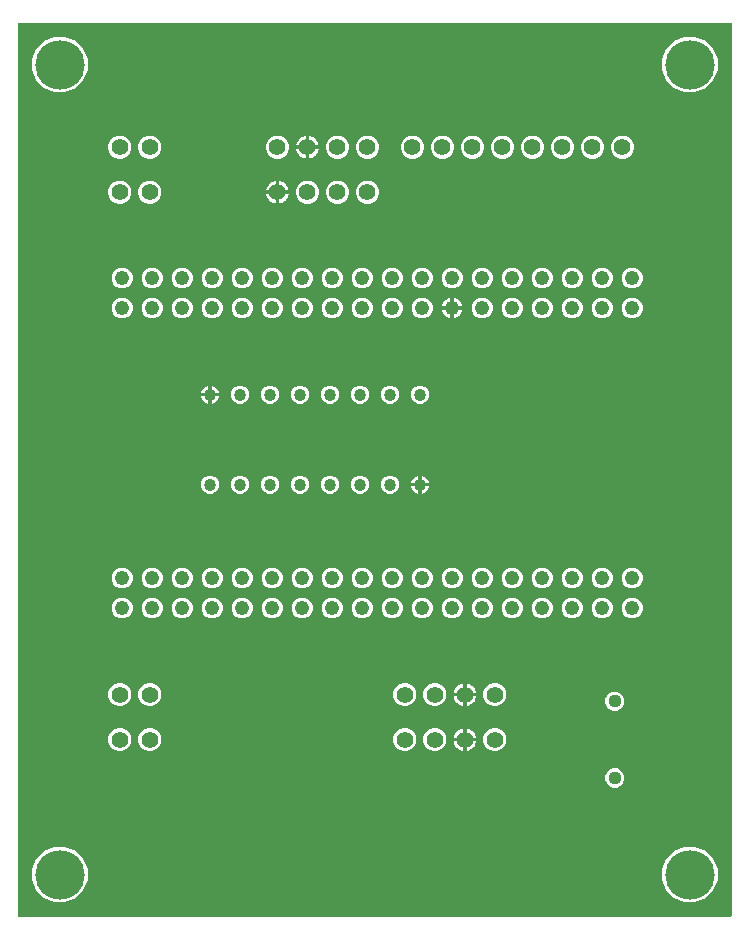
<source format=gbr>
G04 EAGLE Gerber RS-274X export*
G75*
%MOMM*%
%FSLAX34Y34*%
%LPD*%
%INCopper Layer 15*%
%IPPOS*%
%AMOC8*
5,1,8,0,0,1.08239X$1,22.5*%
G01*
%ADD10C,1.244600*%
%ADD11C,1.120000*%
%ADD12C,1.034800*%
%ADD13C,1.422400*%
%ADD14C,4.191000*%
%ADD15C,0.609600*%

G36*
X606318Y2544D02*
X606318Y2544D01*
X606337Y2542D01*
X606439Y2564D01*
X606541Y2580D01*
X606558Y2590D01*
X606578Y2594D01*
X606667Y2647D01*
X606758Y2696D01*
X606772Y2710D01*
X606789Y2720D01*
X606856Y2799D01*
X606928Y2874D01*
X606936Y2892D01*
X606949Y2907D01*
X606988Y3003D01*
X607031Y3097D01*
X607033Y3117D01*
X607041Y3135D01*
X607059Y3302D01*
X607059Y758698D01*
X607056Y758718D01*
X607058Y758737D01*
X607036Y758839D01*
X607020Y758941D01*
X607010Y758958D01*
X607006Y758978D01*
X606953Y759067D01*
X606904Y759158D01*
X606890Y759172D01*
X606880Y759189D01*
X606801Y759256D01*
X606726Y759328D01*
X606708Y759336D01*
X606693Y759349D01*
X606597Y759388D01*
X606503Y759431D01*
X606483Y759433D01*
X606465Y759441D01*
X606298Y759459D01*
X3302Y759459D01*
X3282Y759456D01*
X3263Y759458D01*
X3161Y759436D01*
X3059Y759420D01*
X3042Y759410D01*
X3022Y759406D01*
X2933Y759353D01*
X2842Y759304D01*
X2828Y759290D01*
X2811Y759280D01*
X2744Y759201D01*
X2672Y759126D01*
X2664Y759108D01*
X2651Y759093D01*
X2612Y758997D01*
X2569Y758903D01*
X2567Y758883D01*
X2559Y758865D01*
X2541Y758698D01*
X2541Y3302D01*
X2544Y3282D01*
X2542Y3263D01*
X2564Y3161D01*
X2580Y3059D01*
X2590Y3042D01*
X2594Y3022D01*
X2647Y2933D01*
X2696Y2842D01*
X2710Y2828D01*
X2720Y2811D01*
X2799Y2744D01*
X2874Y2672D01*
X2892Y2664D01*
X2907Y2651D01*
X3003Y2612D01*
X3097Y2569D01*
X3117Y2567D01*
X3135Y2559D01*
X3302Y2541D01*
X606298Y2541D01*
X606318Y2544D01*
G37*
%LPC*%
G36*
X566826Y700404D02*
X566826Y700404D01*
X558191Y703981D01*
X551581Y710591D01*
X548004Y719226D01*
X548004Y728574D01*
X551581Y737209D01*
X558191Y743819D01*
X566826Y747396D01*
X576174Y747396D01*
X584809Y743819D01*
X591419Y737209D01*
X594996Y728574D01*
X594996Y719226D01*
X591419Y710591D01*
X584809Y703981D01*
X576174Y700404D01*
X566826Y700404D01*
G37*
%LPD*%
%LPC*%
G36*
X33426Y700404D02*
X33426Y700404D01*
X24791Y703981D01*
X18181Y710591D01*
X14604Y719226D01*
X14604Y728574D01*
X18181Y737209D01*
X24791Y743819D01*
X33426Y747396D01*
X42774Y747396D01*
X51409Y743819D01*
X58019Y737209D01*
X61596Y728574D01*
X61596Y719226D01*
X58019Y710591D01*
X51409Y703981D01*
X42774Y700404D01*
X33426Y700404D01*
G37*
%LPD*%
%LPC*%
G36*
X33426Y14604D02*
X33426Y14604D01*
X24791Y18181D01*
X18181Y24791D01*
X14604Y33426D01*
X14604Y42774D01*
X18181Y51409D01*
X24791Y58019D01*
X33426Y61596D01*
X42774Y61596D01*
X51409Y58019D01*
X58019Y51409D01*
X61596Y42774D01*
X61596Y33426D01*
X58019Y24791D01*
X51409Y18181D01*
X42774Y14604D01*
X33426Y14604D01*
G37*
%LPD*%
%LPC*%
G36*
X566826Y14604D02*
X566826Y14604D01*
X558191Y18181D01*
X551581Y24791D01*
X548004Y33426D01*
X548004Y42774D01*
X551581Y51409D01*
X558191Y58019D01*
X566826Y61596D01*
X576174Y61596D01*
X584809Y58019D01*
X591419Y51409D01*
X594996Y42774D01*
X594996Y33426D01*
X591419Y24791D01*
X584809Y18181D01*
X576174Y14604D01*
X566826Y14604D01*
G37*
%LPD*%
%LPC*%
G36*
X436230Y644397D02*
X436230Y644397D01*
X432682Y645867D01*
X429967Y648582D01*
X428497Y652130D01*
X428497Y655970D01*
X429967Y659518D01*
X432682Y662233D01*
X436230Y663703D01*
X440070Y663703D01*
X443618Y662233D01*
X446333Y659518D01*
X447803Y655970D01*
X447803Y652130D01*
X446333Y648582D01*
X443618Y645867D01*
X440070Y644397D01*
X436230Y644397D01*
G37*
%LPD*%
%LPC*%
G36*
X410830Y644397D02*
X410830Y644397D01*
X407282Y645867D01*
X404567Y648582D01*
X403097Y652130D01*
X403097Y655970D01*
X404567Y659518D01*
X407282Y662233D01*
X410830Y663703D01*
X414670Y663703D01*
X418218Y662233D01*
X420933Y659518D01*
X422403Y655970D01*
X422403Y652130D01*
X420933Y648582D01*
X418218Y645867D01*
X414670Y644397D01*
X410830Y644397D01*
G37*
%LPD*%
%LPC*%
G36*
X512430Y644397D02*
X512430Y644397D01*
X508882Y645867D01*
X506167Y648582D01*
X504697Y652130D01*
X504697Y655970D01*
X506167Y659518D01*
X508882Y662233D01*
X512430Y663703D01*
X516270Y663703D01*
X519818Y662233D01*
X522533Y659518D01*
X524003Y655970D01*
X524003Y652130D01*
X522533Y648582D01*
X519818Y645867D01*
X516270Y644397D01*
X512430Y644397D01*
G37*
%LPD*%
%LPC*%
G36*
X487030Y644397D02*
X487030Y644397D01*
X483482Y645867D01*
X480767Y648582D01*
X479297Y652130D01*
X479297Y655970D01*
X480767Y659518D01*
X483482Y662233D01*
X487030Y663703D01*
X490870Y663703D01*
X494418Y662233D01*
X497133Y659518D01*
X498603Y655970D01*
X498603Y652130D01*
X497133Y648582D01*
X494418Y645867D01*
X490870Y644397D01*
X487030Y644397D01*
G37*
%LPD*%
%LPC*%
G36*
X461630Y644397D02*
X461630Y644397D01*
X458082Y645867D01*
X455367Y648582D01*
X453897Y652130D01*
X453897Y655970D01*
X455367Y659518D01*
X458082Y662233D01*
X461630Y663703D01*
X465470Y663703D01*
X469018Y662233D01*
X471733Y659518D01*
X473203Y655970D01*
X473203Y652130D01*
X471733Y648582D01*
X469018Y645867D01*
X465470Y644397D01*
X461630Y644397D01*
G37*
%LPD*%
%LPC*%
G36*
X385430Y644397D02*
X385430Y644397D01*
X381882Y645867D01*
X379167Y648582D01*
X377697Y652130D01*
X377697Y655970D01*
X379167Y659518D01*
X381882Y662233D01*
X385430Y663703D01*
X389270Y663703D01*
X392818Y662233D01*
X395533Y659518D01*
X397003Y655970D01*
X397003Y652130D01*
X395533Y648582D01*
X392818Y645867D01*
X389270Y644397D01*
X385430Y644397D01*
G37*
%LPD*%
%LPC*%
G36*
X360030Y644397D02*
X360030Y644397D01*
X356482Y645867D01*
X353767Y648582D01*
X352297Y652130D01*
X352297Y655970D01*
X353767Y659518D01*
X356482Y662233D01*
X360030Y663703D01*
X363870Y663703D01*
X367418Y662233D01*
X370133Y659518D01*
X371603Y655970D01*
X371603Y652130D01*
X370133Y648582D01*
X367418Y645867D01*
X363870Y644397D01*
X360030Y644397D01*
G37*
%LPD*%
%LPC*%
G36*
X334630Y644397D02*
X334630Y644397D01*
X331082Y645867D01*
X328367Y648582D01*
X326897Y652130D01*
X326897Y655970D01*
X328367Y659518D01*
X331082Y662233D01*
X334630Y663703D01*
X338470Y663703D01*
X342018Y662233D01*
X344733Y659518D01*
X346203Y655970D01*
X346203Y652130D01*
X344733Y648582D01*
X342018Y645867D01*
X338470Y644397D01*
X334630Y644397D01*
G37*
%LPD*%
%LPC*%
G36*
X296530Y644397D02*
X296530Y644397D01*
X292982Y645867D01*
X290267Y648582D01*
X288797Y652130D01*
X288797Y655970D01*
X290267Y659518D01*
X292982Y662233D01*
X296530Y663703D01*
X300370Y663703D01*
X303918Y662233D01*
X306633Y659518D01*
X308103Y655970D01*
X308103Y652130D01*
X306633Y648582D01*
X303918Y645867D01*
X300370Y644397D01*
X296530Y644397D01*
G37*
%LPD*%
%LPC*%
G36*
X271130Y644397D02*
X271130Y644397D01*
X267582Y645867D01*
X264867Y648582D01*
X263397Y652130D01*
X263397Y655970D01*
X264867Y659518D01*
X267582Y662233D01*
X271130Y663703D01*
X274970Y663703D01*
X278518Y662233D01*
X281233Y659518D01*
X282703Y655970D01*
X282703Y652130D01*
X281233Y648582D01*
X278518Y645867D01*
X274970Y644397D01*
X271130Y644397D01*
G37*
%LPD*%
%LPC*%
G36*
X220330Y644397D02*
X220330Y644397D01*
X216782Y645867D01*
X214067Y648582D01*
X212597Y652130D01*
X212597Y655970D01*
X214067Y659518D01*
X216782Y662233D01*
X220330Y663703D01*
X224170Y663703D01*
X227718Y662233D01*
X230433Y659518D01*
X231903Y655970D01*
X231903Y652130D01*
X230433Y648582D01*
X227718Y645867D01*
X224170Y644397D01*
X220330Y644397D01*
G37*
%LPD*%
%LPC*%
G36*
X112380Y644397D02*
X112380Y644397D01*
X108832Y645867D01*
X106117Y648582D01*
X104647Y652130D01*
X104647Y655970D01*
X106117Y659518D01*
X108832Y662233D01*
X112380Y663703D01*
X116220Y663703D01*
X119768Y662233D01*
X122483Y659518D01*
X123953Y655970D01*
X123953Y652130D01*
X122483Y648582D01*
X119768Y645867D01*
X116220Y644397D01*
X112380Y644397D01*
G37*
%LPD*%
%LPC*%
G36*
X86980Y644397D02*
X86980Y644397D01*
X83432Y645867D01*
X80717Y648582D01*
X79247Y652130D01*
X79247Y655970D01*
X80717Y659518D01*
X83432Y662233D01*
X86980Y663703D01*
X90820Y663703D01*
X94368Y662233D01*
X97083Y659518D01*
X98553Y655970D01*
X98553Y652130D01*
X97083Y648582D01*
X94368Y645867D01*
X90820Y644397D01*
X86980Y644397D01*
G37*
%LPD*%
%LPC*%
G36*
X112380Y142747D02*
X112380Y142747D01*
X108832Y144217D01*
X106117Y146932D01*
X104647Y150480D01*
X104647Y154320D01*
X106117Y157868D01*
X108832Y160583D01*
X112380Y162053D01*
X116220Y162053D01*
X119768Y160583D01*
X122483Y157868D01*
X123953Y154320D01*
X123953Y150480D01*
X122483Y146932D01*
X119768Y144217D01*
X116220Y142747D01*
X112380Y142747D01*
G37*
%LPD*%
%LPC*%
G36*
X86980Y180847D02*
X86980Y180847D01*
X83432Y182317D01*
X80717Y185032D01*
X79247Y188580D01*
X79247Y192420D01*
X80717Y195968D01*
X83432Y198683D01*
X86980Y200153D01*
X90820Y200153D01*
X94368Y198683D01*
X97083Y195968D01*
X98553Y192420D01*
X98553Y188580D01*
X97083Y185032D01*
X94368Y182317D01*
X90820Y180847D01*
X86980Y180847D01*
G37*
%LPD*%
%LPC*%
G36*
X328280Y142747D02*
X328280Y142747D01*
X324732Y144217D01*
X322017Y146932D01*
X320547Y150480D01*
X320547Y154320D01*
X322017Y157868D01*
X324732Y160583D01*
X328280Y162053D01*
X332120Y162053D01*
X335668Y160583D01*
X338383Y157868D01*
X339853Y154320D01*
X339853Y150480D01*
X338383Y146932D01*
X335668Y144217D01*
X332120Y142747D01*
X328280Y142747D01*
G37*
%LPD*%
%LPC*%
G36*
X296530Y606297D02*
X296530Y606297D01*
X292982Y607767D01*
X290267Y610482D01*
X288797Y614030D01*
X288797Y617870D01*
X290267Y621418D01*
X292982Y624133D01*
X296530Y625603D01*
X300370Y625603D01*
X303918Y624133D01*
X306633Y621418D01*
X308103Y617870D01*
X308103Y614030D01*
X306633Y610482D01*
X303918Y607767D01*
X300370Y606297D01*
X296530Y606297D01*
G37*
%LPD*%
%LPC*%
G36*
X271130Y606297D02*
X271130Y606297D01*
X267582Y607767D01*
X264867Y610482D01*
X263397Y614030D01*
X263397Y617870D01*
X264867Y621418D01*
X267582Y624133D01*
X271130Y625603D01*
X274970Y625603D01*
X278518Y624133D01*
X281233Y621418D01*
X282703Y617870D01*
X282703Y614030D01*
X281233Y610482D01*
X278518Y607767D01*
X274970Y606297D01*
X271130Y606297D01*
G37*
%LPD*%
%LPC*%
G36*
X245730Y606297D02*
X245730Y606297D01*
X242182Y607767D01*
X239467Y610482D01*
X237997Y614030D01*
X237997Y617870D01*
X239467Y621418D01*
X242182Y624133D01*
X245730Y625603D01*
X249570Y625603D01*
X253118Y624133D01*
X255833Y621418D01*
X257303Y617870D01*
X257303Y614030D01*
X255833Y610482D01*
X253118Y607767D01*
X249570Y606297D01*
X245730Y606297D01*
G37*
%LPD*%
%LPC*%
G36*
X112380Y606297D02*
X112380Y606297D01*
X108832Y607767D01*
X106117Y610482D01*
X104647Y614030D01*
X104647Y617870D01*
X106117Y621418D01*
X108832Y624133D01*
X112380Y625603D01*
X116220Y625603D01*
X119768Y624133D01*
X122483Y621418D01*
X123953Y617870D01*
X123953Y614030D01*
X122483Y610482D01*
X119768Y607767D01*
X116220Y606297D01*
X112380Y606297D01*
G37*
%LPD*%
%LPC*%
G36*
X86980Y606297D02*
X86980Y606297D01*
X83432Y607767D01*
X80717Y610482D01*
X79247Y614030D01*
X79247Y617870D01*
X80717Y621418D01*
X83432Y624133D01*
X86980Y625603D01*
X90820Y625603D01*
X94368Y624133D01*
X97083Y621418D01*
X98553Y617870D01*
X98553Y614030D01*
X97083Y610482D01*
X94368Y607767D01*
X90820Y606297D01*
X86980Y606297D01*
G37*
%LPD*%
%LPC*%
G36*
X353680Y142747D02*
X353680Y142747D01*
X350132Y144217D01*
X347417Y146932D01*
X345947Y150480D01*
X345947Y154320D01*
X347417Y157868D01*
X350132Y160583D01*
X353680Y162053D01*
X357520Y162053D01*
X361068Y160583D01*
X363783Y157868D01*
X365253Y154320D01*
X365253Y150480D01*
X363783Y146932D01*
X361068Y144217D01*
X357520Y142747D01*
X353680Y142747D01*
G37*
%LPD*%
%LPC*%
G36*
X404480Y142747D02*
X404480Y142747D01*
X400932Y144217D01*
X398217Y146932D01*
X396747Y150480D01*
X396747Y154320D01*
X398217Y157868D01*
X400932Y160583D01*
X404480Y162053D01*
X408320Y162053D01*
X411868Y160583D01*
X414583Y157868D01*
X416053Y154320D01*
X416053Y150480D01*
X414583Y146932D01*
X411868Y144217D01*
X408320Y142747D01*
X404480Y142747D01*
G37*
%LPD*%
%LPC*%
G36*
X112380Y180847D02*
X112380Y180847D01*
X108832Y182317D01*
X106117Y185032D01*
X104647Y188580D01*
X104647Y192420D01*
X106117Y195968D01*
X108832Y198683D01*
X112380Y200153D01*
X116220Y200153D01*
X119768Y198683D01*
X122483Y195968D01*
X123953Y192420D01*
X123953Y188580D01*
X122483Y185032D01*
X119768Y182317D01*
X116220Y180847D01*
X112380Y180847D01*
G37*
%LPD*%
%LPC*%
G36*
X328280Y180847D02*
X328280Y180847D01*
X324732Y182317D01*
X322017Y185032D01*
X320547Y188580D01*
X320547Y192420D01*
X322017Y195968D01*
X324732Y198683D01*
X328280Y200153D01*
X332120Y200153D01*
X335668Y198683D01*
X338383Y195968D01*
X339853Y192420D01*
X339853Y188580D01*
X338383Y185032D01*
X335668Y182317D01*
X332120Y180847D01*
X328280Y180847D01*
G37*
%LPD*%
%LPC*%
G36*
X353680Y180847D02*
X353680Y180847D01*
X350132Y182317D01*
X347417Y185032D01*
X345947Y188580D01*
X345947Y192420D01*
X347417Y195968D01*
X350132Y198683D01*
X353680Y200153D01*
X357520Y200153D01*
X361068Y198683D01*
X363783Y195968D01*
X365253Y192420D01*
X365253Y188580D01*
X363783Y185032D01*
X361068Y182317D01*
X357520Y180847D01*
X353680Y180847D01*
G37*
%LPD*%
%LPC*%
G36*
X404480Y180847D02*
X404480Y180847D01*
X400932Y182317D01*
X398217Y185032D01*
X396747Y188580D01*
X396747Y192420D01*
X398217Y195968D01*
X400932Y198683D01*
X404480Y200153D01*
X408320Y200153D01*
X411868Y198683D01*
X414583Y195968D01*
X416053Y192420D01*
X416053Y188580D01*
X414583Y185032D01*
X411868Y182317D01*
X408320Y180847D01*
X404480Y180847D01*
G37*
%LPD*%
%LPC*%
G36*
X86980Y142747D02*
X86980Y142747D01*
X83432Y144217D01*
X80717Y146932D01*
X79247Y150480D01*
X79247Y154320D01*
X80717Y157868D01*
X83432Y160583D01*
X86980Y162053D01*
X90820Y162053D01*
X94368Y160583D01*
X97083Y157868D01*
X98553Y154320D01*
X98553Y150480D01*
X97083Y146932D01*
X94368Y144217D01*
X90820Y142747D01*
X86980Y142747D01*
G37*
%LPD*%
%LPC*%
G36*
X317707Y255136D02*
X317707Y255136D01*
X314486Y256470D01*
X312020Y258936D01*
X310686Y262157D01*
X310686Y265643D01*
X312020Y268864D01*
X314486Y271330D01*
X317707Y272664D01*
X321193Y272664D01*
X324414Y271330D01*
X326880Y268864D01*
X328214Y265643D01*
X328214Y262157D01*
X326880Y258936D01*
X324414Y256470D01*
X321193Y255136D01*
X317707Y255136D01*
G37*
%LPD*%
%LPC*%
G36*
X292307Y255136D02*
X292307Y255136D01*
X289086Y256470D01*
X286620Y258936D01*
X285286Y262157D01*
X285286Y265643D01*
X286620Y268864D01*
X289086Y271330D01*
X292307Y272664D01*
X295793Y272664D01*
X299014Y271330D01*
X301480Y268864D01*
X302814Y265643D01*
X302814Y262157D01*
X301480Y258936D01*
X299014Y256470D01*
X295793Y255136D01*
X292307Y255136D01*
G37*
%LPD*%
%LPC*%
G36*
X266907Y255136D02*
X266907Y255136D01*
X263686Y256470D01*
X261220Y258936D01*
X259886Y262157D01*
X259886Y265643D01*
X261220Y268864D01*
X263686Y271330D01*
X266907Y272664D01*
X270393Y272664D01*
X273614Y271330D01*
X276080Y268864D01*
X277414Y265643D01*
X277414Y262157D01*
X276080Y258936D01*
X273614Y256470D01*
X270393Y255136D01*
X266907Y255136D01*
G37*
%LPD*%
%LPC*%
G36*
X241507Y255136D02*
X241507Y255136D01*
X238286Y256470D01*
X235820Y258936D01*
X234486Y262157D01*
X234486Y265643D01*
X235820Y268864D01*
X238286Y271330D01*
X241507Y272664D01*
X244993Y272664D01*
X248214Y271330D01*
X250680Y268864D01*
X252014Y265643D01*
X252014Y262157D01*
X250680Y258936D01*
X248214Y256470D01*
X244993Y255136D01*
X241507Y255136D01*
G37*
%LPD*%
%LPC*%
G36*
X216107Y255136D02*
X216107Y255136D01*
X212886Y256470D01*
X210420Y258936D01*
X209086Y262157D01*
X209086Y265643D01*
X210420Y268864D01*
X212886Y271330D01*
X216107Y272664D01*
X219593Y272664D01*
X222814Y271330D01*
X225280Y268864D01*
X226614Y265643D01*
X226614Y262157D01*
X225280Y258936D01*
X222814Y256470D01*
X219593Y255136D01*
X216107Y255136D01*
G37*
%LPD*%
%LPC*%
G36*
X190707Y255136D02*
X190707Y255136D01*
X187486Y256470D01*
X185020Y258936D01*
X183686Y262157D01*
X183686Y265643D01*
X185020Y268864D01*
X187486Y271330D01*
X190707Y272664D01*
X194193Y272664D01*
X197414Y271330D01*
X199880Y268864D01*
X201214Y265643D01*
X201214Y262157D01*
X199880Y258936D01*
X197414Y256470D01*
X194193Y255136D01*
X190707Y255136D01*
G37*
%LPD*%
%LPC*%
G36*
X165307Y255136D02*
X165307Y255136D01*
X162086Y256470D01*
X159620Y258936D01*
X158286Y262157D01*
X158286Y265643D01*
X159620Y268864D01*
X162086Y271330D01*
X165307Y272664D01*
X168793Y272664D01*
X172014Y271330D01*
X174480Y268864D01*
X175814Y265643D01*
X175814Y262157D01*
X174480Y258936D01*
X172014Y256470D01*
X168793Y255136D01*
X165307Y255136D01*
G37*
%LPD*%
%LPC*%
G36*
X139907Y255136D02*
X139907Y255136D01*
X136686Y256470D01*
X134220Y258936D01*
X132886Y262157D01*
X132886Y265643D01*
X134220Y268864D01*
X136686Y271330D01*
X139907Y272664D01*
X143393Y272664D01*
X146614Y271330D01*
X149080Y268864D01*
X150414Y265643D01*
X150414Y262157D01*
X149080Y258936D01*
X146614Y256470D01*
X143393Y255136D01*
X139907Y255136D01*
G37*
%LPD*%
%LPC*%
G36*
X114507Y280536D02*
X114507Y280536D01*
X111286Y281870D01*
X108820Y284336D01*
X107486Y287557D01*
X107486Y291043D01*
X108820Y294264D01*
X111286Y296730D01*
X114507Y298064D01*
X117993Y298064D01*
X121214Y296730D01*
X123680Y294264D01*
X125014Y291043D01*
X125014Y287557D01*
X123680Y284336D01*
X121214Y281870D01*
X117993Y280536D01*
X114507Y280536D01*
G37*
%LPD*%
%LPC*%
G36*
X419307Y534536D02*
X419307Y534536D01*
X416086Y535870D01*
X413620Y538336D01*
X412286Y541557D01*
X412286Y545043D01*
X413620Y548264D01*
X416086Y550730D01*
X419307Y552064D01*
X422793Y552064D01*
X426014Y550730D01*
X428480Y548264D01*
X429814Y545043D01*
X429814Y541557D01*
X428480Y538336D01*
X426014Y535870D01*
X422793Y534536D01*
X419307Y534536D01*
G37*
%LPD*%
%LPC*%
G36*
X393907Y534536D02*
X393907Y534536D01*
X390686Y535870D01*
X388220Y538336D01*
X386886Y541557D01*
X386886Y545043D01*
X388220Y548264D01*
X390686Y550730D01*
X393907Y552064D01*
X397393Y552064D01*
X400614Y550730D01*
X403080Y548264D01*
X404414Y545043D01*
X404414Y541557D01*
X403080Y538336D01*
X400614Y535870D01*
X397393Y534536D01*
X393907Y534536D01*
G37*
%LPD*%
%LPC*%
G36*
X520907Y534536D02*
X520907Y534536D01*
X517686Y535870D01*
X515220Y538336D01*
X513886Y541557D01*
X513886Y545043D01*
X515220Y548264D01*
X517686Y550730D01*
X520907Y552064D01*
X524393Y552064D01*
X527614Y550730D01*
X530080Y548264D01*
X531414Y545043D01*
X531414Y541557D01*
X530080Y538336D01*
X527614Y535870D01*
X524393Y534536D01*
X520907Y534536D01*
G37*
%LPD*%
%LPC*%
G36*
X495507Y534536D02*
X495507Y534536D01*
X492286Y535870D01*
X489820Y538336D01*
X488486Y541557D01*
X488486Y545043D01*
X489820Y548264D01*
X492286Y550730D01*
X495507Y552064D01*
X498993Y552064D01*
X502214Y550730D01*
X504680Y548264D01*
X506014Y545043D01*
X506014Y541557D01*
X504680Y538336D01*
X502214Y535870D01*
X498993Y534536D01*
X495507Y534536D01*
G37*
%LPD*%
%LPC*%
G36*
X470107Y534536D02*
X470107Y534536D01*
X466886Y535870D01*
X464420Y538336D01*
X463086Y541557D01*
X463086Y545043D01*
X464420Y548264D01*
X466886Y550730D01*
X470107Y552064D01*
X473593Y552064D01*
X476814Y550730D01*
X479280Y548264D01*
X480614Y545043D01*
X480614Y541557D01*
X479280Y538336D01*
X476814Y535870D01*
X473593Y534536D01*
X470107Y534536D01*
G37*
%LPD*%
%LPC*%
G36*
X444707Y534536D02*
X444707Y534536D01*
X441486Y535870D01*
X439020Y538336D01*
X437686Y541557D01*
X437686Y545043D01*
X439020Y548264D01*
X441486Y550730D01*
X444707Y552064D01*
X448193Y552064D01*
X451414Y550730D01*
X453880Y548264D01*
X455214Y545043D01*
X455214Y541557D01*
X453880Y538336D01*
X451414Y535870D01*
X448193Y534536D01*
X444707Y534536D01*
G37*
%LPD*%
%LPC*%
G36*
X368507Y534536D02*
X368507Y534536D01*
X365286Y535870D01*
X362820Y538336D01*
X361486Y541557D01*
X361486Y545043D01*
X362820Y548264D01*
X365286Y550730D01*
X368507Y552064D01*
X371993Y552064D01*
X375214Y550730D01*
X377680Y548264D01*
X379014Y545043D01*
X379014Y541557D01*
X377680Y538336D01*
X375214Y535870D01*
X371993Y534536D01*
X368507Y534536D01*
G37*
%LPD*%
%LPC*%
G36*
X495507Y255136D02*
X495507Y255136D01*
X492286Y256470D01*
X489820Y258936D01*
X488486Y262157D01*
X488486Y265643D01*
X489820Y268864D01*
X492286Y271330D01*
X495507Y272664D01*
X498993Y272664D01*
X502214Y271330D01*
X504680Y268864D01*
X506014Y265643D01*
X506014Y262157D01*
X504680Y258936D01*
X502214Y256470D01*
X498993Y255136D01*
X495507Y255136D01*
G37*
%LPD*%
%LPC*%
G36*
X317707Y534536D02*
X317707Y534536D01*
X314486Y535870D01*
X312020Y538336D01*
X310686Y541557D01*
X310686Y545043D01*
X312020Y548264D01*
X314486Y550730D01*
X317707Y552064D01*
X321193Y552064D01*
X324414Y550730D01*
X326880Y548264D01*
X328214Y545043D01*
X328214Y541557D01*
X326880Y538336D01*
X324414Y535870D01*
X321193Y534536D01*
X317707Y534536D01*
G37*
%LPD*%
%LPC*%
G36*
X292307Y534536D02*
X292307Y534536D01*
X289086Y535870D01*
X286620Y538336D01*
X285286Y541557D01*
X285286Y545043D01*
X286620Y548264D01*
X289086Y550730D01*
X292307Y552064D01*
X295793Y552064D01*
X299014Y550730D01*
X301480Y548264D01*
X302814Y545043D01*
X302814Y541557D01*
X301480Y538336D01*
X299014Y535870D01*
X295793Y534536D01*
X292307Y534536D01*
G37*
%LPD*%
%LPC*%
G36*
X266907Y534536D02*
X266907Y534536D01*
X263686Y535870D01*
X261220Y538336D01*
X259886Y541557D01*
X259886Y545043D01*
X261220Y548264D01*
X263686Y550730D01*
X266907Y552064D01*
X270393Y552064D01*
X273614Y550730D01*
X276080Y548264D01*
X277414Y545043D01*
X277414Y541557D01*
X276080Y538336D01*
X273614Y535870D01*
X270393Y534536D01*
X266907Y534536D01*
G37*
%LPD*%
%LPC*%
G36*
X241507Y534536D02*
X241507Y534536D01*
X238286Y535870D01*
X235820Y538336D01*
X234486Y541557D01*
X234486Y545043D01*
X235820Y548264D01*
X238286Y550730D01*
X241507Y552064D01*
X244993Y552064D01*
X248214Y550730D01*
X250680Y548264D01*
X252014Y545043D01*
X252014Y541557D01*
X250680Y538336D01*
X248214Y535870D01*
X244993Y534536D01*
X241507Y534536D01*
G37*
%LPD*%
%LPC*%
G36*
X216107Y534536D02*
X216107Y534536D01*
X212886Y535870D01*
X210420Y538336D01*
X209086Y541557D01*
X209086Y545043D01*
X210420Y548264D01*
X212886Y550730D01*
X216107Y552064D01*
X219593Y552064D01*
X222814Y550730D01*
X225280Y548264D01*
X226614Y545043D01*
X226614Y541557D01*
X225280Y538336D01*
X222814Y535870D01*
X219593Y534536D01*
X216107Y534536D01*
G37*
%LPD*%
%LPC*%
G36*
X190707Y534536D02*
X190707Y534536D01*
X187486Y535870D01*
X185020Y538336D01*
X183686Y541557D01*
X183686Y545043D01*
X185020Y548264D01*
X187486Y550730D01*
X190707Y552064D01*
X194193Y552064D01*
X197414Y550730D01*
X199880Y548264D01*
X201214Y545043D01*
X201214Y541557D01*
X199880Y538336D01*
X197414Y535870D01*
X194193Y534536D01*
X190707Y534536D01*
G37*
%LPD*%
%LPC*%
G36*
X165307Y534536D02*
X165307Y534536D01*
X162086Y535870D01*
X159620Y538336D01*
X158286Y541557D01*
X158286Y545043D01*
X159620Y548264D01*
X162086Y550730D01*
X165307Y552064D01*
X168793Y552064D01*
X172014Y550730D01*
X174480Y548264D01*
X175814Y545043D01*
X175814Y541557D01*
X174480Y538336D01*
X172014Y535870D01*
X168793Y534536D01*
X165307Y534536D01*
G37*
%LPD*%
%LPC*%
G36*
X139907Y534536D02*
X139907Y534536D01*
X136686Y535870D01*
X134220Y538336D01*
X132886Y541557D01*
X132886Y545043D01*
X134220Y548264D01*
X136686Y550730D01*
X139907Y552064D01*
X143393Y552064D01*
X146614Y550730D01*
X149080Y548264D01*
X150414Y545043D01*
X150414Y541557D01*
X149080Y538336D01*
X146614Y535870D01*
X143393Y534536D01*
X139907Y534536D01*
G37*
%LPD*%
%LPC*%
G36*
X114507Y534536D02*
X114507Y534536D01*
X111286Y535870D01*
X108820Y538336D01*
X107486Y541557D01*
X107486Y545043D01*
X108820Y548264D01*
X111286Y550730D01*
X114507Y552064D01*
X117993Y552064D01*
X121214Y550730D01*
X123680Y548264D01*
X125014Y545043D01*
X125014Y541557D01*
X123680Y538336D01*
X121214Y535870D01*
X117993Y534536D01*
X114507Y534536D01*
G37*
%LPD*%
%LPC*%
G36*
X89107Y534536D02*
X89107Y534536D01*
X85886Y535870D01*
X83420Y538336D01*
X82086Y541557D01*
X82086Y545043D01*
X83420Y548264D01*
X85886Y550730D01*
X89107Y552064D01*
X92593Y552064D01*
X95814Y550730D01*
X98280Y548264D01*
X99614Y545043D01*
X99614Y541557D01*
X98280Y538336D01*
X95814Y535870D01*
X92593Y534536D01*
X89107Y534536D01*
G37*
%LPD*%
%LPC*%
G36*
X520907Y509136D02*
X520907Y509136D01*
X517686Y510470D01*
X515220Y512936D01*
X513886Y516157D01*
X513886Y519643D01*
X515220Y522864D01*
X517686Y525330D01*
X520907Y526664D01*
X524393Y526664D01*
X527614Y525330D01*
X530080Y522864D01*
X531414Y519643D01*
X531414Y516157D01*
X530080Y512936D01*
X527614Y510470D01*
X524393Y509136D01*
X520907Y509136D01*
G37*
%LPD*%
%LPC*%
G36*
X495507Y509136D02*
X495507Y509136D01*
X492286Y510470D01*
X489820Y512936D01*
X488486Y516157D01*
X488486Y519643D01*
X489820Y522864D01*
X492286Y525330D01*
X495507Y526664D01*
X498993Y526664D01*
X502214Y525330D01*
X504680Y522864D01*
X506014Y519643D01*
X506014Y516157D01*
X504680Y512936D01*
X502214Y510470D01*
X498993Y509136D01*
X495507Y509136D01*
G37*
%LPD*%
%LPC*%
G36*
X470107Y509136D02*
X470107Y509136D01*
X466886Y510470D01*
X464420Y512936D01*
X463086Y516157D01*
X463086Y519643D01*
X464420Y522864D01*
X466886Y525330D01*
X470107Y526664D01*
X473593Y526664D01*
X476814Y525330D01*
X479280Y522864D01*
X480614Y519643D01*
X480614Y516157D01*
X479280Y512936D01*
X476814Y510470D01*
X473593Y509136D01*
X470107Y509136D01*
G37*
%LPD*%
%LPC*%
G36*
X444707Y509136D02*
X444707Y509136D01*
X441486Y510470D01*
X439020Y512936D01*
X437686Y516157D01*
X437686Y519643D01*
X439020Y522864D01*
X441486Y525330D01*
X444707Y526664D01*
X448193Y526664D01*
X451414Y525330D01*
X453880Y522864D01*
X455214Y519643D01*
X455214Y516157D01*
X453880Y512936D01*
X451414Y510470D01*
X448193Y509136D01*
X444707Y509136D01*
G37*
%LPD*%
%LPC*%
G36*
X419307Y509136D02*
X419307Y509136D01*
X416086Y510470D01*
X413620Y512936D01*
X412286Y516157D01*
X412286Y519643D01*
X413620Y522864D01*
X416086Y525330D01*
X419307Y526664D01*
X422793Y526664D01*
X426014Y525330D01*
X428480Y522864D01*
X429814Y519643D01*
X429814Y516157D01*
X428480Y512936D01*
X426014Y510470D01*
X422793Y509136D01*
X419307Y509136D01*
G37*
%LPD*%
%LPC*%
G36*
X393907Y509136D02*
X393907Y509136D01*
X390686Y510470D01*
X388220Y512936D01*
X386886Y516157D01*
X386886Y519643D01*
X388220Y522864D01*
X390686Y525330D01*
X393907Y526664D01*
X397393Y526664D01*
X400614Y525330D01*
X403080Y522864D01*
X404414Y519643D01*
X404414Y516157D01*
X403080Y512936D01*
X400614Y510470D01*
X397393Y509136D01*
X393907Y509136D01*
G37*
%LPD*%
%LPC*%
G36*
X343107Y509136D02*
X343107Y509136D01*
X339886Y510470D01*
X337420Y512936D01*
X336086Y516157D01*
X336086Y519643D01*
X337420Y522864D01*
X339886Y525330D01*
X343107Y526664D01*
X346593Y526664D01*
X349814Y525330D01*
X352280Y522864D01*
X353614Y519643D01*
X353614Y516157D01*
X352280Y512936D01*
X349814Y510470D01*
X346593Y509136D01*
X343107Y509136D01*
G37*
%LPD*%
%LPC*%
G36*
X317707Y509136D02*
X317707Y509136D01*
X314486Y510470D01*
X312020Y512936D01*
X310686Y516157D01*
X310686Y519643D01*
X312020Y522864D01*
X314486Y525330D01*
X317707Y526664D01*
X321193Y526664D01*
X324414Y525330D01*
X326880Y522864D01*
X328214Y519643D01*
X328214Y516157D01*
X326880Y512936D01*
X324414Y510470D01*
X321193Y509136D01*
X317707Y509136D01*
G37*
%LPD*%
%LPC*%
G36*
X292307Y509136D02*
X292307Y509136D01*
X289086Y510470D01*
X286620Y512936D01*
X285286Y516157D01*
X285286Y519643D01*
X286620Y522864D01*
X289086Y525330D01*
X292307Y526664D01*
X295793Y526664D01*
X299014Y525330D01*
X301480Y522864D01*
X302814Y519643D01*
X302814Y516157D01*
X301480Y512936D01*
X299014Y510470D01*
X295793Y509136D01*
X292307Y509136D01*
G37*
%LPD*%
%LPC*%
G36*
X266907Y509136D02*
X266907Y509136D01*
X263686Y510470D01*
X261220Y512936D01*
X259886Y516157D01*
X259886Y519643D01*
X261220Y522864D01*
X263686Y525330D01*
X266907Y526664D01*
X270393Y526664D01*
X273614Y525330D01*
X276080Y522864D01*
X277414Y519643D01*
X277414Y516157D01*
X276080Y512936D01*
X273614Y510470D01*
X270393Y509136D01*
X266907Y509136D01*
G37*
%LPD*%
%LPC*%
G36*
X241507Y509136D02*
X241507Y509136D01*
X238286Y510470D01*
X235820Y512936D01*
X234486Y516157D01*
X234486Y519643D01*
X235820Y522864D01*
X238286Y525330D01*
X241507Y526664D01*
X244993Y526664D01*
X248214Y525330D01*
X250680Y522864D01*
X252014Y519643D01*
X252014Y516157D01*
X250680Y512936D01*
X248214Y510470D01*
X244993Y509136D01*
X241507Y509136D01*
G37*
%LPD*%
%LPC*%
G36*
X216107Y509136D02*
X216107Y509136D01*
X212886Y510470D01*
X210420Y512936D01*
X209086Y516157D01*
X209086Y519643D01*
X210420Y522864D01*
X212886Y525330D01*
X216107Y526664D01*
X219593Y526664D01*
X222814Y525330D01*
X225280Y522864D01*
X226614Y519643D01*
X226614Y516157D01*
X225280Y512936D01*
X222814Y510470D01*
X219593Y509136D01*
X216107Y509136D01*
G37*
%LPD*%
%LPC*%
G36*
X190707Y509136D02*
X190707Y509136D01*
X187486Y510470D01*
X185020Y512936D01*
X183686Y516157D01*
X183686Y519643D01*
X185020Y522864D01*
X187486Y525330D01*
X190707Y526664D01*
X194193Y526664D01*
X197414Y525330D01*
X199880Y522864D01*
X201214Y519643D01*
X201214Y516157D01*
X199880Y512936D01*
X197414Y510470D01*
X194193Y509136D01*
X190707Y509136D01*
G37*
%LPD*%
%LPC*%
G36*
X165307Y509136D02*
X165307Y509136D01*
X162086Y510470D01*
X159620Y512936D01*
X158286Y516157D01*
X158286Y519643D01*
X159620Y522864D01*
X162086Y525330D01*
X165307Y526664D01*
X168793Y526664D01*
X172014Y525330D01*
X174480Y522864D01*
X175814Y519643D01*
X175814Y516157D01*
X174480Y512936D01*
X172014Y510470D01*
X168793Y509136D01*
X165307Y509136D01*
G37*
%LPD*%
%LPC*%
G36*
X139907Y509136D02*
X139907Y509136D01*
X136686Y510470D01*
X134220Y512936D01*
X132886Y516157D01*
X132886Y519643D01*
X134220Y522864D01*
X136686Y525330D01*
X139907Y526664D01*
X143393Y526664D01*
X146614Y525330D01*
X149080Y522864D01*
X150414Y519643D01*
X150414Y516157D01*
X149080Y512936D01*
X146614Y510470D01*
X143393Y509136D01*
X139907Y509136D01*
G37*
%LPD*%
%LPC*%
G36*
X114507Y509136D02*
X114507Y509136D01*
X111286Y510470D01*
X108820Y512936D01*
X107486Y516157D01*
X107486Y519643D01*
X108820Y522864D01*
X111286Y525330D01*
X114507Y526664D01*
X117993Y526664D01*
X121214Y525330D01*
X123680Y522864D01*
X125014Y519643D01*
X125014Y516157D01*
X123680Y512936D01*
X121214Y510470D01*
X117993Y509136D01*
X114507Y509136D01*
G37*
%LPD*%
%LPC*%
G36*
X89107Y509136D02*
X89107Y509136D01*
X85886Y510470D01*
X83420Y512936D01*
X82086Y516157D01*
X82086Y519643D01*
X83420Y522864D01*
X85886Y525330D01*
X89107Y526664D01*
X92593Y526664D01*
X95814Y525330D01*
X98280Y522864D01*
X99614Y519643D01*
X99614Y516157D01*
X98280Y512936D01*
X95814Y510470D01*
X92593Y509136D01*
X89107Y509136D01*
G37*
%LPD*%
%LPC*%
G36*
X343107Y534536D02*
X343107Y534536D01*
X339886Y535870D01*
X337420Y538336D01*
X336086Y541557D01*
X336086Y545043D01*
X337420Y548264D01*
X339886Y550730D01*
X343107Y552064D01*
X346593Y552064D01*
X349814Y550730D01*
X352280Y548264D01*
X353614Y545043D01*
X353614Y541557D01*
X352280Y538336D01*
X349814Y535870D01*
X346593Y534536D01*
X343107Y534536D01*
G37*
%LPD*%
%LPC*%
G36*
X520907Y280536D02*
X520907Y280536D01*
X517686Y281870D01*
X515220Y284336D01*
X513886Y287557D01*
X513886Y291043D01*
X515220Y294264D01*
X517686Y296730D01*
X520907Y298064D01*
X524393Y298064D01*
X527614Y296730D01*
X530080Y294264D01*
X531414Y291043D01*
X531414Y287557D01*
X530080Y284336D01*
X527614Y281870D01*
X524393Y280536D01*
X520907Y280536D01*
G37*
%LPD*%
%LPC*%
G36*
X89107Y280536D02*
X89107Y280536D01*
X85886Y281870D01*
X83420Y284336D01*
X82086Y287557D01*
X82086Y291043D01*
X83420Y294264D01*
X85886Y296730D01*
X89107Y298064D01*
X92593Y298064D01*
X95814Y296730D01*
X98280Y294264D01*
X99614Y291043D01*
X99614Y287557D01*
X98280Y284336D01*
X95814Y281870D01*
X92593Y280536D01*
X89107Y280536D01*
G37*
%LPD*%
%LPC*%
G36*
X495507Y280536D02*
X495507Y280536D01*
X492286Y281870D01*
X489820Y284336D01*
X488486Y287557D01*
X488486Y291043D01*
X489820Y294264D01*
X492286Y296730D01*
X495507Y298064D01*
X498993Y298064D01*
X502214Y296730D01*
X504680Y294264D01*
X506014Y291043D01*
X506014Y287557D01*
X504680Y284336D01*
X502214Y281870D01*
X498993Y280536D01*
X495507Y280536D01*
G37*
%LPD*%
%LPC*%
G36*
X470107Y280536D02*
X470107Y280536D01*
X466886Y281870D01*
X464420Y284336D01*
X463086Y287557D01*
X463086Y291043D01*
X464420Y294264D01*
X466886Y296730D01*
X470107Y298064D01*
X473593Y298064D01*
X476814Y296730D01*
X479280Y294264D01*
X480614Y291043D01*
X480614Y287557D01*
X479280Y284336D01*
X476814Y281870D01*
X473593Y280536D01*
X470107Y280536D01*
G37*
%LPD*%
%LPC*%
G36*
X444707Y280536D02*
X444707Y280536D01*
X441486Y281870D01*
X439020Y284336D01*
X437686Y287557D01*
X437686Y291043D01*
X439020Y294264D01*
X441486Y296730D01*
X444707Y298064D01*
X448193Y298064D01*
X451414Y296730D01*
X453880Y294264D01*
X455214Y291043D01*
X455214Y287557D01*
X453880Y284336D01*
X451414Y281870D01*
X448193Y280536D01*
X444707Y280536D01*
G37*
%LPD*%
%LPC*%
G36*
X419307Y280536D02*
X419307Y280536D01*
X416086Y281870D01*
X413620Y284336D01*
X412286Y287557D01*
X412286Y291043D01*
X413620Y294264D01*
X416086Y296730D01*
X419307Y298064D01*
X422793Y298064D01*
X426014Y296730D01*
X428480Y294264D01*
X429814Y291043D01*
X429814Y287557D01*
X428480Y284336D01*
X426014Y281870D01*
X422793Y280536D01*
X419307Y280536D01*
G37*
%LPD*%
%LPC*%
G36*
X393907Y280536D02*
X393907Y280536D01*
X390686Y281870D01*
X388220Y284336D01*
X386886Y287557D01*
X386886Y291043D01*
X388220Y294264D01*
X390686Y296730D01*
X393907Y298064D01*
X397393Y298064D01*
X400614Y296730D01*
X403080Y294264D01*
X404414Y291043D01*
X404414Y287557D01*
X403080Y284336D01*
X400614Y281870D01*
X397393Y280536D01*
X393907Y280536D01*
G37*
%LPD*%
%LPC*%
G36*
X368507Y280536D02*
X368507Y280536D01*
X365286Y281870D01*
X362820Y284336D01*
X361486Y287557D01*
X361486Y291043D01*
X362820Y294264D01*
X365286Y296730D01*
X368507Y298064D01*
X371993Y298064D01*
X375214Y296730D01*
X377680Y294264D01*
X379014Y291043D01*
X379014Y287557D01*
X377680Y284336D01*
X375214Y281870D01*
X371993Y280536D01*
X368507Y280536D01*
G37*
%LPD*%
%LPC*%
G36*
X343107Y280536D02*
X343107Y280536D01*
X339886Y281870D01*
X337420Y284336D01*
X336086Y287557D01*
X336086Y291043D01*
X337420Y294264D01*
X339886Y296730D01*
X343107Y298064D01*
X346593Y298064D01*
X349814Y296730D01*
X352280Y294264D01*
X353614Y291043D01*
X353614Y287557D01*
X352280Y284336D01*
X349814Y281870D01*
X346593Y280536D01*
X343107Y280536D01*
G37*
%LPD*%
%LPC*%
G36*
X317707Y280536D02*
X317707Y280536D01*
X314486Y281870D01*
X312020Y284336D01*
X310686Y287557D01*
X310686Y291043D01*
X312020Y294264D01*
X314486Y296730D01*
X317707Y298064D01*
X321193Y298064D01*
X324414Y296730D01*
X326880Y294264D01*
X328214Y291043D01*
X328214Y287557D01*
X326880Y284336D01*
X324414Y281870D01*
X321193Y280536D01*
X317707Y280536D01*
G37*
%LPD*%
%LPC*%
G36*
X292307Y280536D02*
X292307Y280536D01*
X289086Y281870D01*
X286620Y284336D01*
X285286Y287557D01*
X285286Y291043D01*
X286620Y294264D01*
X289086Y296730D01*
X292307Y298064D01*
X295793Y298064D01*
X299014Y296730D01*
X301480Y294264D01*
X302814Y291043D01*
X302814Y287557D01*
X301480Y284336D01*
X299014Y281870D01*
X295793Y280536D01*
X292307Y280536D01*
G37*
%LPD*%
%LPC*%
G36*
X266907Y280536D02*
X266907Y280536D01*
X263686Y281870D01*
X261220Y284336D01*
X259886Y287557D01*
X259886Y291043D01*
X261220Y294264D01*
X263686Y296730D01*
X266907Y298064D01*
X270393Y298064D01*
X273614Y296730D01*
X276080Y294264D01*
X277414Y291043D01*
X277414Y287557D01*
X276080Y284336D01*
X273614Y281870D01*
X270393Y280536D01*
X266907Y280536D01*
G37*
%LPD*%
%LPC*%
G36*
X241507Y280536D02*
X241507Y280536D01*
X238286Y281870D01*
X235820Y284336D01*
X234486Y287557D01*
X234486Y291043D01*
X235820Y294264D01*
X238286Y296730D01*
X241507Y298064D01*
X244993Y298064D01*
X248214Y296730D01*
X250680Y294264D01*
X252014Y291043D01*
X252014Y287557D01*
X250680Y284336D01*
X248214Y281870D01*
X244993Y280536D01*
X241507Y280536D01*
G37*
%LPD*%
%LPC*%
G36*
X216107Y280536D02*
X216107Y280536D01*
X212886Y281870D01*
X210420Y284336D01*
X209086Y287557D01*
X209086Y291043D01*
X210420Y294264D01*
X212886Y296730D01*
X216107Y298064D01*
X219593Y298064D01*
X222814Y296730D01*
X225280Y294264D01*
X226614Y291043D01*
X226614Y287557D01*
X225280Y284336D01*
X222814Y281870D01*
X219593Y280536D01*
X216107Y280536D01*
G37*
%LPD*%
%LPC*%
G36*
X190707Y280536D02*
X190707Y280536D01*
X187486Y281870D01*
X185020Y284336D01*
X183686Y287557D01*
X183686Y291043D01*
X185020Y294264D01*
X187486Y296730D01*
X190707Y298064D01*
X194193Y298064D01*
X197414Y296730D01*
X199880Y294264D01*
X201214Y291043D01*
X201214Y287557D01*
X199880Y284336D01*
X197414Y281870D01*
X194193Y280536D01*
X190707Y280536D01*
G37*
%LPD*%
%LPC*%
G36*
X165307Y280536D02*
X165307Y280536D01*
X162086Y281870D01*
X159620Y284336D01*
X158286Y287557D01*
X158286Y291043D01*
X159620Y294264D01*
X162086Y296730D01*
X165307Y298064D01*
X168793Y298064D01*
X172014Y296730D01*
X174480Y294264D01*
X175814Y291043D01*
X175814Y287557D01*
X174480Y284336D01*
X172014Y281870D01*
X168793Y280536D01*
X165307Y280536D01*
G37*
%LPD*%
%LPC*%
G36*
X139907Y280536D02*
X139907Y280536D01*
X136686Y281870D01*
X134220Y284336D01*
X132886Y287557D01*
X132886Y291043D01*
X134220Y294264D01*
X136686Y296730D01*
X139907Y298064D01*
X143393Y298064D01*
X146614Y296730D01*
X149080Y294264D01*
X150414Y291043D01*
X150414Y287557D01*
X149080Y284336D01*
X146614Y281870D01*
X143393Y280536D01*
X139907Y280536D01*
G37*
%LPD*%
%LPC*%
G36*
X114507Y255136D02*
X114507Y255136D01*
X111286Y256470D01*
X108820Y258936D01*
X107486Y262157D01*
X107486Y265643D01*
X108820Y268864D01*
X111286Y271330D01*
X114507Y272664D01*
X117993Y272664D01*
X121214Y271330D01*
X123680Y268864D01*
X125014Y265643D01*
X125014Y262157D01*
X123680Y258936D01*
X121214Y256470D01*
X117993Y255136D01*
X114507Y255136D01*
G37*
%LPD*%
%LPC*%
G36*
X89107Y255136D02*
X89107Y255136D01*
X85886Y256470D01*
X83420Y258936D01*
X82086Y262157D01*
X82086Y265643D01*
X83420Y268864D01*
X85886Y271330D01*
X89107Y272664D01*
X92593Y272664D01*
X95814Y271330D01*
X98280Y268864D01*
X99614Y265643D01*
X99614Y262157D01*
X98280Y258936D01*
X95814Y256470D01*
X92593Y255136D01*
X89107Y255136D01*
G37*
%LPD*%
%LPC*%
G36*
X520907Y255136D02*
X520907Y255136D01*
X517686Y256470D01*
X515220Y258936D01*
X513886Y262157D01*
X513886Y265643D01*
X515220Y268864D01*
X517686Y271330D01*
X520907Y272664D01*
X524393Y272664D01*
X527614Y271330D01*
X530080Y268864D01*
X531414Y265643D01*
X531414Y262157D01*
X530080Y258936D01*
X527614Y256470D01*
X524393Y255136D01*
X520907Y255136D01*
G37*
%LPD*%
%LPC*%
G36*
X470107Y255136D02*
X470107Y255136D01*
X466886Y256470D01*
X464420Y258936D01*
X463086Y262157D01*
X463086Y265643D01*
X464420Y268864D01*
X466886Y271330D01*
X470107Y272664D01*
X473593Y272664D01*
X476814Y271330D01*
X479280Y268864D01*
X480614Y265643D01*
X480614Y262157D01*
X479280Y258936D01*
X476814Y256470D01*
X473593Y255136D01*
X470107Y255136D01*
G37*
%LPD*%
%LPC*%
G36*
X444707Y255136D02*
X444707Y255136D01*
X441486Y256470D01*
X439020Y258936D01*
X437686Y262157D01*
X437686Y265643D01*
X439020Y268864D01*
X441486Y271330D01*
X444707Y272664D01*
X448193Y272664D01*
X451414Y271330D01*
X453880Y268864D01*
X455214Y265643D01*
X455214Y262157D01*
X453880Y258936D01*
X451414Y256470D01*
X448193Y255136D01*
X444707Y255136D01*
G37*
%LPD*%
%LPC*%
G36*
X419307Y255136D02*
X419307Y255136D01*
X416086Y256470D01*
X413620Y258936D01*
X412286Y262157D01*
X412286Y265643D01*
X413620Y268864D01*
X416086Y271330D01*
X419307Y272664D01*
X422793Y272664D01*
X426014Y271330D01*
X428480Y268864D01*
X429814Y265643D01*
X429814Y262157D01*
X428480Y258936D01*
X426014Y256470D01*
X422793Y255136D01*
X419307Y255136D01*
G37*
%LPD*%
%LPC*%
G36*
X393907Y255136D02*
X393907Y255136D01*
X390686Y256470D01*
X388220Y258936D01*
X386886Y262157D01*
X386886Y265643D01*
X388220Y268864D01*
X390686Y271330D01*
X393907Y272664D01*
X397393Y272664D01*
X400614Y271330D01*
X403080Y268864D01*
X404414Y265643D01*
X404414Y262157D01*
X403080Y258936D01*
X400614Y256470D01*
X397393Y255136D01*
X393907Y255136D01*
G37*
%LPD*%
%LPC*%
G36*
X368507Y255136D02*
X368507Y255136D01*
X365286Y256470D01*
X362820Y258936D01*
X361486Y262157D01*
X361486Y265643D01*
X362820Y268864D01*
X365286Y271330D01*
X368507Y272664D01*
X371993Y272664D01*
X375214Y271330D01*
X377680Y268864D01*
X379014Y265643D01*
X379014Y262157D01*
X377680Y258936D01*
X375214Y256470D01*
X371993Y255136D01*
X368507Y255136D01*
G37*
%LPD*%
%LPC*%
G36*
X343107Y255136D02*
X343107Y255136D01*
X339886Y256470D01*
X337420Y258936D01*
X336086Y262157D01*
X336086Y265643D01*
X337420Y268864D01*
X339886Y271330D01*
X343107Y272664D01*
X346593Y272664D01*
X349814Y271330D01*
X352280Y268864D01*
X353614Y265643D01*
X353614Y262157D01*
X352280Y258936D01*
X349814Y256470D01*
X346593Y255136D01*
X343107Y255136D01*
G37*
%LPD*%
%LPC*%
G36*
X506381Y111759D02*
X506381Y111759D01*
X503389Y112999D01*
X501099Y115289D01*
X499859Y118281D01*
X499859Y121519D01*
X501099Y124511D01*
X503389Y126801D01*
X506381Y128041D01*
X509619Y128041D01*
X512611Y126801D01*
X514901Y124511D01*
X516141Y121519D01*
X516141Y118281D01*
X514901Y115289D01*
X512611Y112999D01*
X509619Y111759D01*
X506381Y111759D01*
G37*
%LPD*%
%LPC*%
G36*
X506381Y176759D02*
X506381Y176759D01*
X503389Y177999D01*
X501099Y180289D01*
X499859Y183281D01*
X499859Y186519D01*
X501099Y189511D01*
X503389Y191801D01*
X506381Y193041D01*
X509619Y193041D01*
X512611Y191801D01*
X514901Y189511D01*
X516141Y186519D01*
X516141Y183281D01*
X514901Y180289D01*
X512611Y177999D01*
X509619Y176759D01*
X506381Y176759D01*
G37*
%LPD*%
%LPC*%
G36*
X265165Y436785D02*
X265165Y436785D01*
X262330Y437960D01*
X260160Y440130D01*
X258985Y442965D01*
X258985Y446035D01*
X260160Y448870D01*
X262330Y451040D01*
X265165Y452215D01*
X268235Y452215D01*
X271070Y451040D01*
X273240Y448870D01*
X274415Y446035D01*
X274415Y442965D01*
X273240Y440130D01*
X271070Y437960D01*
X268235Y436785D01*
X265165Y436785D01*
G37*
%LPD*%
%LPC*%
G36*
X214365Y360585D02*
X214365Y360585D01*
X211530Y361760D01*
X209360Y363930D01*
X208185Y366765D01*
X208185Y369835D01*
X209360Y372670D01*
X211530Y374840D01*
X214365Y376015D01*
X217435Y376015D01*
X220270Y374840D01*
X222440Y372670D01*
X223615Y369835D01*
X223615Y366765D01*
X222440Y363930D01*
X220270Y361760D01*
X217435Y360585D01*
X214365Y360585D01*
G37*
%LPD*%
%LPC*%
G36*
X188965Y360585D02*
X188965Y360585D01*
X186130Y361760D01*
X183960Y363930D01*
X182785Y366765D01*
X182785Y369835D01*
X183960Y372670D01*
X186130Y374840D01*
X188965Y376015D01*
X192035Y376015D01*
X194870Y374840D01*
X197040Y372670D01*
X198215Y369835D01*
X198215Y366765D01*
X197040Y363930D01*
X194870Y361760D01*
X192035Y360585D01*
X188965Y360585D01*
G37*
%LPD*%
%LPC*%
G36*
X163565Y360585D02*
X163565Y360585D01*
X160730Y361760D01*
X158560Y363930D01*
X157385Y366765D01*
X157385Y369835D01*
X158560Y372670D01*
X160730Y374840D01*
X163565Y376015D01*
X166635Y376015D01*
X169470Y374840D01*
X171640Y372670D01*
X172815Y369835D01*
X172815Y366765D01*
X171640Y363930D01*
X169470Y361760D01*
X166635Y360585D01*
X163565Y360585D01*
G37*
%LPD*%
%LPC*%
G36*
X315965Y436785D02*
X315965Y436785D01*
X313130Y437960D01*
X310960Y440130D01*
X309785Y442965D01*
X309785Y446035D01*
X310960Y448870D01*
X313130Y451040D01*
X315965Y452215D01*
X319035Y452215D01*
X321870Y451040D01*
X324040Y448870D01*
X325215Y446035D01*
X325215Y442965D01*
X324040Y440130D01*
X321870Y437960D01*
X319035Y436785D01*
X315965Y436785D01*
G37*
%LPD*%
%LPC*%
G36*
X290565Y436785D02*
X290565Y436785D01*
X287730Y437960D01*
X285560Y440130D01*
X284385Y442965D01*
X284385Y446035D01*
X285560Y448870D01*
X287730Y451040D01*
X290565Y452215D01*
X293635Y452215D01*
X296470Y451040D01*
X298640Y448870D01*
X299815Y446035D01*
X299815Y442965D01*
X298640Y440130D01*
X296470Y437960D01*
X293635Y436785D01*
X290565Y436785D01*
G37*
%LPD*%
%LPC*%
G36*
X239765Y436785D02*
X239765Y436785D01*
X236930Y437960D01*
X234760Y440130D01*
X233585Y442965D01*
X233585Y446035D01*
X234760Y448870D01*
X236930Y451040D01*
X239765Y452215D01*
X242835Y452215D01*
X245670Y451040D01*
X247840Y448870D01*
X249015Y446035D01*
X249015Y442965D01*
X247840Y440130D01*
X245670Y437960D01*
X242835Y436785D01*
X239765Y436785D01*
G37*
%LPD*%
%LPC*%
G36*
X214365Y436785D02*
X214365Y436785D01*
X211530Y437960D01*
X209360Y440130D01*
X208185Y442965D01*
X208185Y446035D01*
X209360Y448870D01*
X211530Y451040D01*
X214365Y452215D01*
X217435Y452215D01*
X220270Y451040D01*
X222440Y448870D01*
X223615Y446035D01*
X223615Y442965D01*
X222440Y440130D01*
X220270Y437960D01*
X217435Y436785D01*
X214365Y436785D01*
G37*
%LPD*%
%LPC*%
G36*
X188965Y436785D02*
X188965Y436785D01*
X186130Y437960D01*
X183960Y440130D01*
X182785Y442965D01*
X182785Y446035D01*
X183960Y448870D01*
X186130Y451040D01*
X188965Y452215D01*
X192035Y452215D01*
X194870Y451040D01*
X197040Y448870D01*
X198215Y446035D01*
X198215Y442965D01*
X197040Y440130D01*
X194870Y437960D01*
X192035Y436785D01*
X188965Y436785D01*
G37*
%LPD*%
%LPC*%
G36*
X341365Y436785D02*
X341365Y436785D01*
X338530Y437960D01*
X336360Y440130D01*
X335185Y442965D01*
X335185Y446035D01*
X336360Y448870D01*
X338530Y451040D01*
X341365Y452215D01*
X344435Y452215D01*
X347270Y451040D01*
X349440Y448870D01*
X350615Y446035D01*
X350615Y442965D01*
X349440Y440130D01*
X347270Y437960D01*
X344435Y436785D01*
X341365Y436785D01*
G37*
%LPD*%
%LPC*%
G36*
X265165Y360585D02*
X265165Y360585D01*
X262330Y361760D01*
X260160Y363930D01*
X258985Y366765D01*
X258985Y369835D01*
X260160Y372670D01*
X262330Y374840D01*
X265165Y376015D01*
X268235Y376015D01*
X271070Y374840D01*
X273240Y372670D01*
X274415Y369835D01*
X274415Y366765D01*
X273240Y363930D01*
X271070Y361760D01*
X268235Y360585D01*
X265165Y360585D01*
G37*
%LPD*%
%LPC*%
G36*
X239765Y360585D02*
X239765Y360585D01*
X236930Y361760D01*
X234760Y363930D01*
X233585Y366765D01*
X233585Y369835D01*
X234760Y372670D01*
X236930Y374840D01*
X239765Y376015D01*
X242835Y376015D01*
X245670Y374840D01*
X247840Y372670D01*
X249015Y369835D01*
X249015Y366765D01*
X247840Y363930D01*
X245670Y361760D01*
X242835Y360585D01*
X239765Y360585D01*
G37*
%LPD*%
%LPC*%
G36*
X315965Y360585D02*
X315965Y360585D01*
X313130Y361760D01*
X310960Y363930D01*
X309785Y366765D01*
X309785Y369835D01*
X310960Y372670D01*
X313130Y374840D01*
X315965Y376015D01*
X319035Y376015D01*
X321870Y374840D01*
X324040Y372670D01*
X325215Y369835D01*
X325215Y366765D01*
X324040Y363930D01*
X321870Y361760D01*
X319035Y360585D01*
X315965Y360585D01*
G37*
%LPD*%
%LPC*%
G36*
X290565Y360585D02*
X290565Y360585D01*
X287730Y361760D01*
X285560Y363930D01*
X284385Y366765D01*
X284385Y369835D01*
X285560Y372670D01*
X287730Y374840D01*
X290565Y376015D01*
X293635Y376015D01*
X296470Y374840D01*
X298640Y372670D01*
X299815Y369835D01*
X299815Y366765D01*
X298640Y363930D01*
X296470Y361760D01*
X293635Y360585D01*
X290565Y360585D01*
G37*
%LPD*%
%LPC*%
G36*
X249173Y655573D02*
X249173Y655573D01*
X249173Y663582D01*
X249910Y663465D01*
X251355Y662996D01*
X252709Y662306D01*
X253938Y661413D01*
X255013Y660338D01*
X255906Y659109D01*
X256596Y657755D01*
X257065Y656310D01*
X257182Y655573D01*
X249173Y655573D01*
G37*
%LPD*%
%LPC*%
G36*
X223773Y617473D02*
X223773Y617473D01*
X223773Y625482D01*
X224510Y625365D01*
X225955Y624896D01*
X227309Y624206D01*
X228538Y623313D01*
X229613Y622238D01*
X230506Y621009D01*
X231196Y619655D01*
X231665Y618210D01*
X231782Y617473D01*
X223773Y617473D01*
G37*
%LPD*%
%LPC*%
G36*
X382523Y153923D02*
X382523Y153923D01*
X382523Y161932D01*
X383260Y161815D01*
X384705Y161346D01*
X386059Y160656D01*
X387288Y159763D01*
X388363Y158688D01*
X389256Y157459D01*
X389946Y156105D01*
X390415Y154660D01*
X390532Y153923D01*
X382523Y153923D01*
G37*
%LPD*%
%LPC*%
G36*
X382523Y192023D02*
X382523Y192023D01*
X382523Y200032D01*
X383260Y199915D01*
X384705Y199446D01*
X386059Y198756D01*
X387288Y197863D01*
X388363Y196788D01*
X389256Y195559D01*
X389946Y194205D01*
X390415Y192760D01*
X390532Y192023D01*
X382523Y192023D01*
G37*
%LPD*%
%LPC*%
G36*
X371468Y153923D02*
X371468Y153923D01*
X371585Y154660D01*
X372054Y156105D01*
X372744Y157459D01*
X373637Y158688D01*
X374712Y159763D01*
X375941Y160656D01*
X377295Y161346D01*
X378740Y161815D01*
X379477Y161932D01*
X379477Y153923D01*
X371468Y153923D01*
G37*
%LPD*%
%LPC*%
G36*
X382523Y150877D02*
X382523Y150877D01*
X390532Y150877D01*
X390415Y150140D01*
X389946Y148695D01*
X389256Y147341D01*
X388363Y146112D01*
X387288Y145037D01*
X386059Y144144D01*
X384705Y143454D01*
X383260Y142985D01*
X382523Y142868D01*
X382523Y150877D01*
G37*
%LPD*%
%LPC*%
G36*
X212718Y617473D02*
X212718Y617473D01*
X212835Y618210D01*
X213304Y619655D01*
X213994Y621009D01*
X214887Y622238D01*
X215962Y623313D01*
X217191Y624206D01*
X218545Y624896D01*
X219990Y625365D01*
X220727Y625482D01*
X220727Y617473D01*
X212718Y617473D01*
G37*
%LPD*%
%LPC*%
G36*
X223773Y614427D02*
X223773Y614427D01*
X231782Y614427D01*
X231665Y613690D01*
X231196Y612245D01*
X230506Y610891D01*
X229613Y609662D01*
X228538Y608587D01*
X227309Y607694D01*
X225955Y607004D01*
X224510Y606535D01*
X223773Y606418D01*
X223773Y614427D01*
G37*
%LPD*%
%LPC*%
G36*
X249173Y652527D02*
X249173Y652527D01*
X257182Y652527D01*
X257065Y651790D01*
X256596Y650345D01*
X255906Y648991D01*
X255013Y647762D01*
X253938Y646687D01*
X252709Y645794D01*
X251355Y645104D01*
X249910Y644635D01*
X249173Y644518D01*
X249173Y652527D01*
G37*
%LPD*%
%LPC*%
G36*
X238118Y655573D02*
X238118Y655573D01*
X238235Y656310D01*
X238704Y657755D01*
X239394Y659109D01*
X240287Y660338D01*
X241362Y661413D01*
X242591Y662306D01*
X243945Y662996D01*
X245390Y663465D01*
X246127Y663582D01*
X246127Y655573D01*
X238118Y655573D01*
G37*
%LPD*%
%LPC*%
G36*
X371468Y192023D02*
X371468Y192023D01*
X371585Y192760D01*
X372054Y194205D01*
X372744Y195559D01*
X373637Y196788D01*
X374712Y197863D01*
X375941Y198756D01*
X377295Y199446D01*
X378740Y199915D01*
X379477Y200032D01*
X379477Y192023D01*
X371468Y192023D01*
G37*
%LPD*%
%LPC*%
G36*
X382523Y188977D02*
X382523Y188977D01*
X390532Y188977D01*
X390415Y188240D01*
X389946Y186795D01*
X389256Y185441D01*
X388363Y184212D01*
X387288Y183137D01*
X386059Y182244D01*
X384705Y181554D01*
X383260Y181085D01*
X382523Y180968D01*
X382523Y188977D01*
G37*
%LPD*%
%LPC*%
G36*
X245390Y644635D02*
X245390Y644635D01*
X243945Y645104D01*
X242591Y645794D01*
X241362Y646687D01*
X240287Y647762D01*
X239394Y648991D01*
X238704Y650345D01*
X238235Y651790D01*
X238118Y652527D01*
X246127Y652527D01*
X246127Y644518D01*
X245390Y644635D01*
G37*
%LPD*%
%LPC*%
G36*
X378740Y181085D02*
X378740Y181085D01*
X377295Y181554D01*
X375941Y182244D01*
X374712Y183137D01*
X373637Y184212D01*
X372744Y185441D01*
X372054Y186795D01*
X371585Y188240D01*
X371468Y188977D01*
X379477Y188977D01*
X379477Y180968D01*
X378740Y181085D01*
G37*
%LPD*%
%LPC*%
G36*
X378740Y142985D02*
X378740Y142985D01*
X377295Y143454D01*
X375941Y144144D01*
X374712Y145037D01*
X373637Y146112D01*
X372744Y147341D01*
X372054Y148695D01*
X371585Y150140D01*
X371468Y150877D01*
X379477Y150877D01*
X379477Y142868D01*
X378740Y142985D01*
G37*
%LPD*%
%LPC*%
G36*
X219990Y606535D02*
X219990Y606535D01*
X218545Y607004D01*
X217191Y607694D01*
X215962Y608587D01*
X214887Y609662D01*
X213994Y610891D01*
X213304Y612245D01*
X212835Y613690D01*
X212718Y614427D01*
X220727Y614427D01*
X220727Y606418D01*
X219990Y606535D01*
G37*
%LPD*%
%LPC*%
G36*
X371773Y519423D02*
X371773Y519423D01*
X371773Y526532D01*
X372806Y526327D01*
X374401Y525666D01*
X375837Y524707D01*
X377057Y523487D01*
X378016Y522051D01*
X378677Y520456D01*
X378882Y519423D01*
X371773Y519423D01*
G37*
%LPD*%
%LPC*%
G36*
X371773Y516377D02*
X371773Y516377D01*
X378882Y516377D01*
X378677Y515344D01*
X378016Y513749D01*
X377057Y512313D01*
X375837Y511093D01*
X374401Y510134D01*
X372806Y509473D01*
X371773Y509268D01*
X371773Y516377D01*
G37*
%LPD*%
%LPC*%
G36*
X361618Y519423D02*
X361618Y519423D01*
X361823Y520456D01*
X362484Y522051D01*
X363443Y523487D01*
X364663Y524707D01*
X366099Y525666D01*
X367694Y526327D01*
X368727Y526532D01*
X368727Y519423D01*
X361618Y519423D01*
G37*
%LPD*%
%LPC*%
G36*
X367694Y509473D02*
X367694Y509473D01*
X366099Y510134D01*
X364663Y511093D01*
X363443Y512313D01*
X362484Y513749D01*
X361823Y515344D01*
X361618Y516377D01*
X368727Y516377D01*
X368727Y509268D01*
X367694Y509473D01*
G37*
%LPD*%
%LPC*%
G36*
X344423Y369823D02*
X344423Y369823D01*
X344423Y375863D01*
X345150Y375718D01*
X346554Y375137D01*
X347818Y374292D01*
X348892Y373218D01*
X349737Y371954D01*
X350318Y370550D01*
X350463Y369823D01*
X344423Y369823D01*
G37*
%LPD*%
%LPC*%
G36*
X166623Y446023D02*
X166623Y446023D01*
X166623Y452063D01*
X167350Y451918D01*
X168754Y451337D01*
X170018Y450492D01*
X171092Y449418D01*
X171937Y448154D01*
X172518Y446750D01*
X172663Y446023D01*
X166623Y446023D01*
G37*
%LPD*%
%LPC*%
G36*
X166623Y442977D02*
X166623Y442977D01*
X172663Y442977D01*
X172518Y442250D01*
X171937Y440846D01*
X171092Y439582D01*
X170018Y438508D01*
X168754Y437663D01*
X167350Y437082D01*
X166623Y436937D01*
X166623Y442977D01*
G37*
%LPD*%
%LPC*%
G36*
X344423Y366777D02*
X344423Y366777D01*
X350463Y366777D01*
X350318Y366050D01*
X349737Y364646D01*
X348892Y363382D01*
X347818Y362308D01*
X346554Y361463D01*
X345150Y360882D01*
X344423Y360737D01*
X344423Y366777D01*
G37*
%LPD*%
%LPC*%
G36*
X335337Y369823D02*
X335337Y369823D01*
X335482Y370550D01*
X336063Y371954D01*
X336908Y373218D01*
X337982Y374292D01*
X339246Y375137D01*
X340650Y375718D01*
X341377Y375863D01*
X341377Y369823D01*
X335337Y369823D01*
G37*
%LPD*%
%LPC*%
G36*
X157537Y446023D02*
X157537Y446023D01*
X157682Y446750D01*
X158263Y448154D01*
X159108Y449418D01*
X160182Y450492D01*
X161446Y451337D01*
X162850Y451918D01*
X163577Y452063D01*
X163577Y446023D01*
X157537Y446023D01*
G37*
%LPD*%
%LPC*%
G36*
X340650Y360882D02*
X340650Y360882D01*
X339246Y361463D01*
X337982Y362308D01*
X336908Y363382D01*
X336063Y364646D01*
X335482Y366050D01*
X335337Y366777D01*
X341377Y366777D01*
X341377Y360737D01*
X340650Y360882D01*
G37*
%LPD*%
%LPC*%
G36*
X162850Y437082D02*
X162850Y437082D01*
X161446Y437663D01*
X160182Y438508D01*
X159108Y439582D01*
X158263Y440846D01*
X157682Y442250D01*
X157537Y442977D01*
X163577Y442977D01*
X163577Y436937D01*
X162850Y437082D01*
G37*
%LPD*%
%LPC*%
G36*
X247649Y654049D02*
X247649Y654049D01*
X247649Y654051D01*
X247651Y654051D01*
X247651Y654049D01*
X247649Y654049D01*
G37*
%LPD*%
%LPC*%
G36*
X342899Y368299D02*
X342899Y368299D01*
X342899Y368301D01*
X342901Y368301D01*
X342901Y368299D01*
X342899Y368299D01*
G37*
%LPD*%
%LPC*%
G36*
X165099Y444499D02*
X165099Y444499D01*
X165099Y444501D01*
X165101Y444501D01*
X165101Y444499D01*
X165099Y444499D01*
G37*
%LPD*%
%LPC*%
G36*
X222249Y615949D02*
X222249Y615949D01*
X222249Y615951D01*
X222251Y615951D01*
X222251Y615949D01*
X222249Y615949D01*
G37*
%LPD*%
%LPC*%
G36*
X380999Y190499D02*
X380999Y190499D01*
X380999Y190501D01*
X381001Y190501D01*
X381001Y190499D01*
X380999Y190499D01*
G37*
%LPD*%
%LPC*%
G36*
X370249Y517899D02*
X370249Y517899D01*
X370249Y517901D01*
X370251Y517901D01*
X370251Y517899D01*
X370249Y517899D01*
G37*
%LPD*%
%LPC*%
G36*
X380999Y152399D02*
X380999Y152399D01*
X380999Y152401D01*
X381001Y152401D01*
X381001Y152399D01*
X380999Y152399D01*
G37*
%LPD*%
D10*
X90850Y263900D03*
X90850Y289300D03*
X116250Y263900D03*
X116250Y289300D03*
X141650Y263900D03*
X141650Y289300D03*
X167050Y263900D03*
X167050Y289300D03*
X192450Y263900D03*
X192450Y289300D03*
X217850Y263900D03*
X217850Y289300D03*
X243250Y263900D03*
X243250Y289300D03*
X268650Y263900D03*
X268650Y289300D03*
X294050Y263900D03*
X294050Y289300D03*
X319450Y263900D03*
X319450Y289300D03*
X344850Y263900D03*
X344850Y289300D03*
X370250Y263900D03*
X370250Y289300D03*
X395650Y263900D03*
X395650Y289300D03*
X421050Y263900D03*
X421050Y289300D03*
X446450Y263900D03*
X446450Y289300D03*
X471850Y263900D03*
X471850Y289300D03*
X497250Y263900D03*
X497250Y289300D03*
X522650Y263900D03*
X522650Y289300D03*
X90850Y517900D03*
X90850Y543300D03*
X116250Y517900D03*
X116250Y543300D03*
X141650Y517900D03*
X141650Y543300D03*
X167050Y517900D03*
X167050Y543300D03*
X192450Y517900D03*
X192450Y543300D03*
X217850Y517900D03*
X217850Y543300D03*
X243250Y517900D03*
X243250Y543300D03*
X268650Y517900D03*
X268650Y543300D03*
X294050Y517900D03*
X294050Y543300D03*
X319450Y517900D03*
X319450Y543300D03*
X344850Y517900D03*
X344850Y543300D03*
X370250Y517900D03*
X370250Y543300D03*
X395650Y517900D03*
X395650Y543300D03*
X421050Y517900D03*
X421050Y543300D03*
X446450Y517900D03*
X446450Y543300D03*
X471850Y517900D03*
X471850Y543300D03*
X497250Y517900D03*
X497250Y543300D03*
X522650Y517900D03*
X522650Y543300D03*
D11*
X508000Y119900D03*
X508000Y184900D03*
D12*
X342900Y368300D03*
X317500Y368300D03*
X292100Y368300D03*
X266700Y368300D03*
X241300Y368300D03*
X215900Y368300D03*
X190500Y368300D03*
X165100Y368300D03*
X165100Y444500D03*
X190500Y444500D03*
X215900Y444500D03*
X241300Y444500D03*
X266700Y444500D03*
X292100Y444500D03*
X317500Y444500D03*
X342900Y444500D03*
D13*
X88900Y190500D03*
X114300Y190500D03*
X88900Y152400D03*
X114300Y152400D03*
X114300Y615950D03*
X88900Y615950D03*
X114300Y654050D03*
X88900Y654050D03*
X298450Y654050D03*
X273050Y654050D03*
X247650Y654050D03*
X222250Y654050D03*
X298450Y615950D03*
X273050Y615950D03*
X247650Y615950D03*
X222250Y615950D03*
X330200Y152400D03*
X355600Y152400D03*
X381000Y152400D03*
X406400Y152400D03*
X330200Y190500D03*
X355600Y190500D03*
X381000Y190500D03*
X406400Y190500D03*
X514350Y654050D03*
X488950Y654050D03*
X463550Y654050D03*
X438150Y654050D03*
X412750Y654050D03*
X387350Y654050D03*
X361950Y654050D03*
X336550Y654050D03*
D14*
X571500Y723900D03*
X38100Y723900D03*
X571500Y38100D03*
X38100Y38100D03*
D15*
X355600Y698500D03*
X254000Y723900D03*
M02*

</source>
